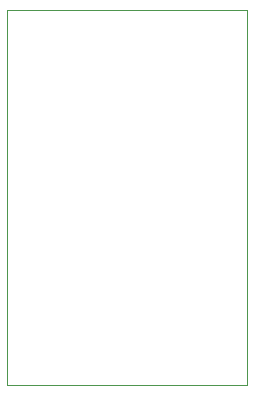
<source format=gm1>
G04 #@! TF.GenerationSoftware,KiCad,Pcbnew,7.0.7*
G04 #@! TF.CreationDate,2023-10-16T22:19:58-07:00*
G04 #@! TF.ProjectId,DeploymentBoardV2.0,4465706c-6f79-46d6-956e-74426f617264,rev?*
G04 #@! TF.SameCoordinates,Original*
G04 #@! TF.FileFunction,Profile,NP*
%FSLAX46Y46*%
G04 Gerber Fmt 4.6, Leading zero omitted, Abs format (unit mm)*
G04 Created by KiCad (PCBNEW 7.0.7) date 2023-10-16 22:19:58*
%MOMM*%
%LPD*%
G01*
G04 APERTURE LIST*
G04 #@! TA.AperFunction,Profile*
%ADD10C,0.100000*%
G04 #@! TD*
G04 APERTURE END LIST*
D10*
X25400000Y-25400000D02*
X45720000Y-25400000D01*
X45720000Y-57150000D01*
X25400000Y-57150000D01*
X25400000Y-25400000D01*
M02*

</source>
